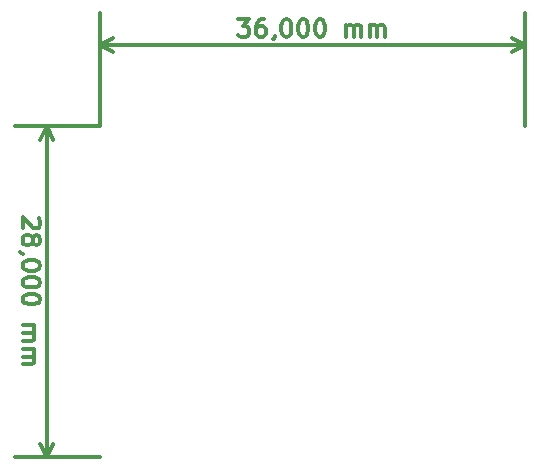
<source format=gbr>
G04 #@! TF.FileFunction,Other,ECO2*
%FSLAX46Y46*%
G04 Gerber Fmt 4.6, Leading zero omitted, Abs format (unit mm)*
G04 Created by KiCad (PCBNEW 4.0.7) date 10/02/18 16:36:01*
%MOMM*%
%LPD*%
G01*
G04 APERTURE LIST*
%ADD10C,0.100000*%
%ADD11C,0.300000*%
G04 APERTURE END LIST*
D10*
D11*
X135714287Y-77928571D02*
X136642858Y-77928571D01*
X136142858Y-78500000D01*
X136357144Y-78500000D01*
X136500001Y-78571429D01*
X136571430Y-78642857D01*
X136642858Y-78785714D01*
X136642858Y-79142857D01*
X136571430Y-79285714D01*
X136500001Y-79357143D01*
X136357144Y-79428571D01*
X135928572Y-79428571D01*
X135785715Y-79357143D01*
X135714287Y-79285714D01*
X137928572Y-77928571D02*
X137642858Y-77928571D01*
X137500001Y-78000000D01*
X137428572Y-78071429D01*
X137285715Y-78285714D01*
X137214286Y-78571429D01*
X137214286Y-79142857D01*
X137285715Y-79285714D01*
X137357143Y-79357143D01*
X137500001Y-79428571D01*
X137785715Y-79428571D01*
X137928572Y-79357143D01*
X138000001Y-79285714D01*
X138071429Y-79142857D01*
X138071429Y-78785714D01*
X138000001Y-78642857D01*
X137928572Y-78571429D01*
X137785715Y-78500000D01*
X137500001Y-78500000D01*
X137357143Y-78571429D01*
X137285715Y-78642857D01*
X137214286Y-78785714D01*
X138785714Y-79357143D02*
X138785714Y-79428571D01*
X138714286Y-79571429D01*
X138642857Y-79642857D01*
X139714286Y-77928571D02*
X139857143Y-77928571D01*
X140000000Y-78000000D01*
X140071429Y-78071429D01*
X140142858Y-78214286D01*
X140214286Y-78500000D01*
X140214286Y-78857143D01*
X140142858Y-79142857D01*
X140071429Y-79285714D01*
X140000000Y-79357143D01*
X139857143Y-79428571D01*
X139714286Y-79428571D01*
X139571429Y-79357143D01*
X139500000Y-79285714D01*
X139428572Y-79142857D01*
X139357143Y-78857143D01*
X139357143Y-78500000D01*
X139428572Y-78214286D01*
X139500000Y-78071429D01*
X139571429Y-78000000D01*
X139714286Y-77928571D01*
X141142857Y-77928571D02*
X141285714Y-77928571D01*
X141428571Y-78000000D01*
X141500000Y-78071429D01*
X141571429Y-78214286D01*
X141642857Y-78500000D01*
X141642857Y-78857143D01*
X141571429Y-79142857D01*
X141500000Y-79285714D01*
X141428571Y-79357143D01*
X141285714Y-79428571D01*
X141142857Y-79428571D01*
X141000000Y-79357143D01*
X140928571Y-79285714D01*
X140857143Y-79142857D01*
X140785714Y-78857143D01*
X140785714Y-78500000D01*
X140857143Y-78214286D01*
X140928571Y-78071429D01*
X141000000Y-78000000D01*
X141142857Y-77928571D01*
X142571428Y-77928571D02*
X142714285Y-77928571D01*
X142857142Y-78000000D01*
X142928571Y-78071429D01*
X143000000Y-78214286D01*
X143071428Y-78500000D01*
X143071428Y-78857143D01*
X143000000Y-79142857D01*
X142928571Y-79285714D01*
X142857142Y-79357143D01*
X142714285Y-79428571D01*
X142571428Y-79428571D01*
X142428571Y-79357143D01*
X142357142Y-79285714D01*
X142285714Y-79142857D01*
X142214285Y-78857143D01*
X142214285Y-78500000D01*
X142285714Y-78214286D01*
X142357142Y-78071429D01*
X142428571Y-78000000D01*
X142571428Y-77928571D01*
X144857142Y-79428571D02*
X144857142Y-78428571D01*
X144857142Y-78571429D02*
X144928570Y-78500000D01*
X145071428Y-78428571D01*
X145285713Y-78428571D01*
X145428570Y-78500000D01*
X145499999Y-78642857D01*
X145499999Y-79428571D01*
X145499999Y-78642857D02*
X145571428Y-78500000D01*
X145714285Y-78428571D01*
X145928570Y-78428571D01*
X146071428Y-78500000D01*
X146142856Y-78642857D01*
X146142856Y-79428571D01*
X146857142Y-79428571D02*
X146857142Y-78428571D01*
X146857142Y-78571429D02*
X146928570Y-78500000D01*
X147071428Y-78428571D01*
X147285713Y-78428571D01*
X147428570Y-78500000D01*
X147499999Y-78642857D01*
X147499999Y-79428571D01*
X147499999Y-78642857D02*
X147571428Y-78500000D01*
X147714285Y-78428571D01*
X147928570Y-78428571D01*
X148071428Y-78500000D01*
X148142856Y-78642857D01*
X148142856Y-79428571D01*
X124000000Y-80100000D02*
X160000000Y-80100000D01*
X124000000Y-87000000D02*
X124000000Y-77400000D01*
X160000000Y-87000000D02*
X160000000Y-77400000D01*
X160000000Y-80100000D02*
X158873496Y-80686421D01*
X160000000Y-80100000D02*
X158873496Y-79513579D01*
X124000000Y-80100000D02*
X125126504Y-80686421D01*
X124000000Y-80100000D02*
X125126504Y-79513579D01*
X118808571Y-94785715D02*
X118880000Y-94857144D01*
X118951429Y-95000001D01*
X118951429Y-95357144D01*
X118880000Y-95500001D01*
X118808571Y-95571430D01*
X118665714Y-95642858D01*
X118522857Y-95642858D01*
X118308571Y-95571430D01*
X117451429Y-94714287D01*
X117451429Y-95642858D01*
X118308571Y-96500001D02*
X118380000Y-96357143D01*
X118451429Y-96285715D01*
X118594286Y-96214286D01*
X118665714Y-96214286D01*
X118808571Y-96285715D01*
X118880000Y-96357143D01*
X118951429Y-96500001D01*
X118951429Y-96785715D01*
X118880000Y-96928572D01*
X118808571Y-97000001D01*
X118665714Y-97071429D01*
X118594286Y-97071429D01*
X118451429Y-97000001D01*
X118380000Y-96928572D01*
X118308571Y-96785715D01*
X118308571Y-96500001D01*
X118237143Y-96357143D01*
X118165714Y-96285715D01*
X118022857Y-96214286D01*
X117737143Y-96214286D01*
X117594286Y-96285715D01*
X117522857Y-96357143D01*
X117451429Y-96500001D01*
X117451429Y-96785715D01*
X117522857Y-96928572D01*
X117594286Y-97000001D01*
X117737143Y-97071429D01*
X118022857Y-97071429D01*
X118165714Y-97000001D01*
X118237143Y-96928572D01*
X118308571Y-96785715D01*
X117522857Y-97785714D02*
X117451429Y-97785714D01*
X117308571Y-97714286D01*
X117237143Y-97642857D01*
X118951429Y-98714286D02*
X118951429Y-98857143D01*
X118880000Y-99000000D01*
X118808571Y-99071429D01*
X118665714Y-99142858D01*
X118380000Y-99214286D01*
X118022857Y-99214286D01*
X117737143Y-99142858D01*
X117594286Y-99071429D01*
X117522857Y-99000000D01*
X117451429Y-98857143D01*
X117451429Y-98714286D01*
X117522857Y-98571429D01*
X117594286Y-98500000D01*
X117737143Y-98428572D01*
X118022857Y-98357143D01*
X118380000Y-98357143D01*
X118665714Y-98428572D01*
X118808571Y-98500000D01*
X118880000Y-98571429D01*
X118951429Y-98714286D01*
X118951429Y-100142857D02*
X118951429Y-100285714D01*
X118880000Y-100428571D01*
X118808571Y-100500000D01*
X118665714Y-100571429D01*
X118380000Y-100642857D01*
X118022857Y-100642857D01*
X117737143Y-100571429D01*
X117594286Y-100500000D01*
X117522857Y-100428571D01*
X117451429Y-100285714D01*
X117451429Y-100142857D01*
X117522857Y-100000000D01*
X117594286Y-99928571D01*
X117737143Y-99857143D01*
X118022857Y-99785714D01*
X118380000Y-99785714D01*
X118665714Y-99857143D01*
X118808571Y-99928571D01*
X118880000Y-100000000D01*
X118951429Y-100142857D01*
X118951429Y-101571428D02*
X118951429Y-101714285D01*
X118880000Y-101857142D01*
X118808571Y-101928571D01*
X118665714Y-102000000D01*
X118380000Y-102071428D01*
X118022857Y-102071428D01*
X117737143Y-102000000D01*
X117594286Y-101928571D01*
X117522857Y-101857142D01*
X117451429Y-101714285D01*
X117451429Y-101571428D01*
X117522857Y-101428571D01*
X117594286Y-101357142D01*
X117737143Y-101285714D01*
X118022857Y-101214285D01*
X118380000Y-101214285D01*
X118665714Y-101285714D01*
X118808571Y-101357142D01*
X118880000Y-101428571D01*
X118951429Y-101571428D01*
X117451429Y-103857142D02*
X118451429Y-103857142D01*
X118308571Y-103857142D02*
X118380000Y-103928570D01*
X118451429Y-104071428D01*
X118451429Y-104285713D01*
X118380000Y-104428570D01*
X118237143Y-104499999D01*
X117451429Y-104499999D01*
X118237143Y-104499999D02*
X118380000Y-104571428D01*
X118451429Y-104714285D01*
X118451429Y-104928570D01*
X118380000Y-105071428D01*
X118237143Y-105142856D01*
X117451429Y-105142856D01*
X117451429Y-105857142D02*
X118451429Y-105857142D01*
X118308571Y-105857142D02*
X118380000Y-105928570D01*
X118451429Y-106071428D01*
X118451429Y-106285713D01*
X118380000Y-106428570D01*
X118237143Y-106499999D01*
X117451429Y-106499999D01*
X118237143Y-106499999D02*
X118380000Y-106571428D01*
X118451429Y-106714285D01*
X118451429Y-106928570D01*
X118380000Y-107071428D01*
X118237143Y-107142856D01*
X117451429Y-107142856D01*
X119480000Y-87000000D02*
X119480000Y-115000000D01*
X124000000Y-87000000D02*
X116780000Y-87000000D01*
X124000000Y-115000000D02*
X116780000Y-115000000D01*
X119480000Y-115000000D02*
X118893579Y-113873496D01*
X119480000Y-115000000D02*
X120066421Y-113873496D01*
X119480000Y-87000000D02*
X118893579Y-88126504D01*
X119480000Y-87000000D02*
X120066421Y-88126504D01*
M02*

</source>
